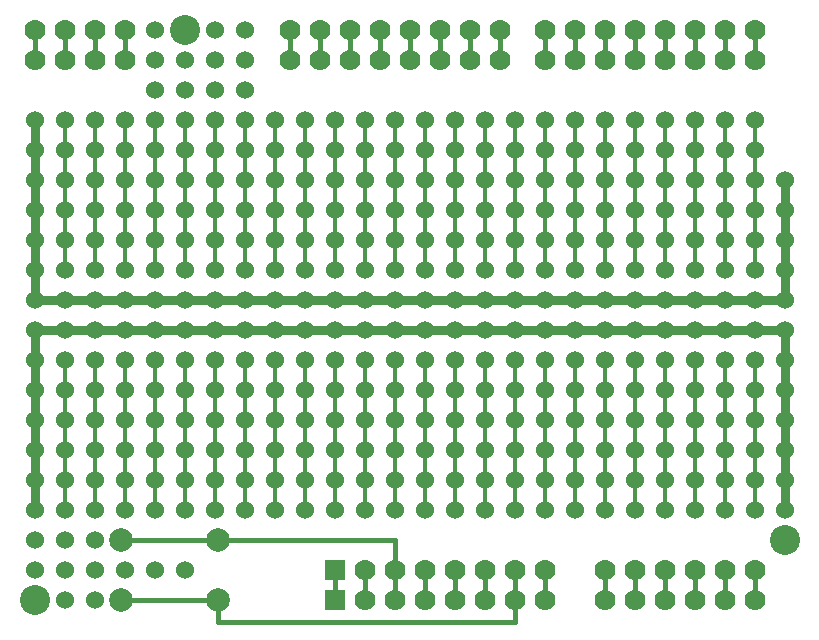
<source format=gbr>
G04 GERBER ASCII OUTPUT FROM: EDWINXP (VER. 1.61 REV. 20080915)*
G04 GERBER FORMAT: RX-274-X*
G04 BOARD: AMICUS - SOLDERBOARD*
G04 ARTWORK OF SOLD.LAYER POSITIVE*
%ASAXBY*%
%FSLAX23Y23*%
%MIA0B0*%
%MOIN*%
%OFA0.0000B0.0000*%
%SFA1B1*%
%IJA0B0*%
%INLAYER29POS*%
%IOA0B0*%
%IPPOS*%
%IR0*%
G04 APERTURE MACROS*
%AMEDWDONUT*
1,1,$1,$2,$3*
1,0,$4,$2,$3*
%
%AMEDWFRECT*
20,1,$1,$2,$3,$4,$5,$6*
%
%AMEDWORECT*
20,1,$1,$2,$3,$4,$5,$10*
20,1,$1,$4,$5,$6,$7,$10*
20,1,$1,$6,$7,$8,$9,$10*
20,1,$1,$8,$9,$2,$3,$10*
1,1,$1,$2,$3*
1,1,$1,$4,$5*
1,1,$1,$6,$7*
1,1,$1,$8,$9*
%
%AMEDWLINER*
20,1,$1,$2,$3,$4,$5,$6*
1,1,$1,$2,$3*
1,1,$1,$4,$5*
%
%AMEDWFTRNG*
4,1,3,$1,$2,$3,$4,$5,$6,$7,$8,$9*
%
%AMEDWATRNG*
4,1,3,$1,$2,$3,$4,$5,$6,$7,$8,$9*
20,1,$11,$1,$2,$3,$4,$10*
20,1,$11,$3,$4,$5,$6,$10*
20,1,$11,$5,$6,$7,$8,$10*
1,1,$11,$3,$4*
1,1,$11,$5,$6*
1,1,$11,$7,$8*
%
%AMEDWOTRNG*
20,1,$1,$2,$3,$4,$5,$8*
20,1,$1,$4,$5,$6,$7,$8*
20,1,$1,$6,$7,$2,$3,$8*
1,1,$1,$2,$3*
1,1,$1,$4,$5*
1,1,$1,$6,$7*
%
G04*
G04 APERTURE LIST*
%ADD10R,0.0700X0.0650*%
%ADD11R,0.0940X0.0890*%
%ADD12R,0.0600X0.0550*%
%ADD13R,0.0840X0.0790*%
%ADD14R,0.0650X0.0700*%
%ADD15R,0.0890X0.0940*%
%ADD16R,0.0550X0.0600*%
%ADD17R,0.0790X0.0840*%
%ADD18R,0.0860X0.0860*%
%ADD19R,0.1100X0.1100*%
%ADD20R,0.0700X0.0700*%
%ADD21R,0.0940X0.0940*%
%ADD22C,0.00039*%
%ADD24C,0.0010*%
%ADD26C,0.00118*%
%ADD28C,0.0020*%
%ADD29R,0.0020X0.0020*%
%ADD30C,0.0030*%
%ADD31R,0.0030X0.0030*%
%ADD32C,0.0040*%
%ADD33R,0.0040X0.0040*%
%ADD34C,0.00472*%
%ADD36C,0.0050*%
%ADD37R,0.0050X0.0050*%
%ADD38C,0.00512*%
%ADD39R,0.00512X0.00512*%
%ADD40C,0.00551*%
%ADD41R,0.00551X0.00551*%
%ADD42C,0.00591*%
%ADD43R,0.00591X0.00591*%
%ADD44C,0.00659*%
%ADD45R,0.00659X0.00659*%
%ADD46C,0.00787*%
%ADD47R,0.00787X0.00787*%
%ADD48C,0.00799*%
%ADD50C,0.0080*%
%ADD52C,0.00984*%
%ADD53R,0.00984X0.00984*%
%ADD54C,0.0100*%
%ADD56C,0.0120*%
%ADD58C,0.0130*%
%ADD59R,0.0130X0.0130*%
%ADD60C,0.0150*%
%ADD61R,0.0150X0.0150*%
%ADD62C,0.01575*%
%ADD64C,0.0160*%
%ADD66C,0.01969*%
%ADD67R,0.01969X0.01969*%
%ADD68C,0.0200*%
%ADD69R,0.0200X0.0200*%
%ADD70C,0.0240*%
%ADD71R,0.0240X0.0240*%
%ADD72C,0.0250*%
%ADD73R,0.0250X0.0250*%
%ADD74C,0.0290*%
%ADD76C,0.02951*%
%ADD77R,0.02951X0.02951*%
%ADD78C,0.02991*%
%ADD79R,0.02991X0.02991*%
%ADD80C,0.0300*%
%ADD81R,0.0300X0.0300*%
%ADD82C,0.03059*%
%ADD83R,0.03059X0.03059*%
%ADD84C,0.03199*%
%ADD85R,0.03199X0.03199*%
%ADD86C,0.0320*%
%ADD87R,0.0320X0.0320*%
%ADD88C,0.0350*%
%ADD89R,0.0350X0.0350*%
%ADD90C,0.0360*%
%ADD92C,0.0370*%
%ADD93R,0.0370X0.0370*%
%ADD94C,0.0390*%
%ADD95R,0.0390X0.0390*%
%ADD96C,0.03937*%
%ADD97R,0.03937X0.03937*%
%ADD98C,0.03975*%
%ADD99R,0.03975X0.03975*%
%ADD100C,0.0400*%
%ADD101R,0.0400X0.0400*%
%ADD102C,0.04173*%
%ADD103R,0.04173X0.04173*%
%ADD104C,0.0440*%
%ADD105R,0.0440X0.0440*%
%ADD106C,0.0450*%
%ADD107R,0.0450X0.0450*%
%ADD108C,0.0470*%
%ADD109R,0.0470X0.0470*%
%ADD110C,0.04724*%
%ADD111R,0.04724X0.04724*%
%ADD112C,0.0490*%
%ADD113R,0.0490X0.0490*%
%ADD114C,0.0500*%
%ADD115R,0.0500X0.0500*%
%ADD116C,0.05118*%
%ADD117R,0.05118X0.05118*%
%ADD118C,0.0540*%
%ADD119R,0.0540X0.0540*%
%ADD120C,0.0560*%
%ADD121R,0.0560X0.0560*%
%ADD122C,0.0570*%
%ADD123R,0.0570X0.0570*%
%ADD124C,0.0590*%
%ADD125R,0.0590X0.0590*%
%ADD126C,0.05906*%
%ADD127R,0.05906X0.05906*%
%ADD128C,0.0600*%
%ADD129R,0.0600X0.0600*%
%ADD130C,0.0620*%
%ADD132C,0.06201*%
%ADD134C,0.06337*%
%ADD135R,0.06337X0.06337*%
%ADD136C,0.0640*%
%ADD137R,0.0640X0.0640*%
%ADD138C,0.0650*%
%ADD139R,0.0650X0.0650*%
%ADD140C,0.06693*%
%ADD141R,0.06693X0.06693*%
%ADD142C,0.0690*%
%ADD143R,0.0690X0.0690*%
%ADD144C,0.06906*%
%ADD145R,0.06906X0.06906*%
%ADD146C,0.0700*%
%ADD147R,0.0700X0.0700*%
%ADD148C,0.0710*%
%ADD149R,0.0710X0.0710*%
%ADD150C,0.07124*%
%ADD151R,0.07124X0.07124*%
%ADD152C,0.0740*%
%ADD153R,0.0740X0.0740*%
%ADD154C,0.0750*%
%ADD155R,0.0750X0.0750*%
%ADD156C,0.07598*%
%ADD158C,0.0760*%
%ADD160C,0.07874*%
%ADD162C,0.0800*%
%ADD163R,0.0800X0.0800*%
%ADD164C,0.0810*%
%ADD165R,0.0810X0.0810*%
%ADD166C,0.08306*%
%ADD167R,0.08306X0.08306*%
%ADD168C,0.0840*%
%ADD169R,0.0840X0.0840*%
%ADD170C,0.08598*%
%ADD172C,0.0860*%
%ADD173R,0.0860X0.0860*%
%ADD174C,0.08601*%
%ADD176C,0.0870*%
%ADD177R,0.0870X0.0870*%
%ADD178C,0.0890*%
%ADD179R,0.0890X0.0890*%
%ADD180C,0.0900*%
%ADD181R,0.0900X0.0900*%
%ADD182C,0.09093*%
%ADD183R,0.09093X0.09093*%
%ADD184C,0.0940*%
%ADD185R,0.0940X0.0940*%
%ADD186C,0.0970*%
%ADD187R,0.0970X0.0970*%
%ADD188C,0.09843*%
%ADD189R,0.09843X0.09843*%
%ADD190C,0.0990*%
%ADD191R,0.0990X0.0990*%
%ADD192C,0.09998*%
%ADD194C,0.1000*%
%ADD195R,0.1000X0.1000*%
%ADD196C,0.10274*%
%ADD198C,0.1040*%
%ADD199R,0.1040X0.1040*%
%ADD200C,0.10998*%
%ADD202C,0.1100*%
%ADD203R,0.1100X0.1100*%
%ADD204C,0.1110*%
%ADD205R,0.1110X0.1110*%
%ADD206C,0.1120*%
%ADD207R,0.1120X0.1120*%
%ADD208C,0.1140*%
%ADD209R,0.1140X0.1140*%
%ADD210C,0.1150*%
%ADD211R,0.1150X0.1150*%
%ADD212C,0.1200*%
%ADD213R,0.1200X0.1200*%
%ADD214C,0.1210*%
%ADD215R,0.1210X0.1210*%
%ADD216C,0.1240*%
%ADD217R,0.1240X0.1240*%
%ADD218C,0.1250*%
%ADD219R,0.1250X0.1250*%
%ADD220C,0.12992*%
%ADD221R,0.12992X0.12992*%
%ADD222C,0.1300*%
%ADD223R,0.1300X0.1300*%
%ADD224C,0.1340*%
%ADD225R,0.1340X0.1340*%
%ADD226C,0.1390*%
%ADD227R,0.1390X0.1390*%
%ADD228C,0.1420*%
%ADD229R,0.1420X0.1420*%
%ADD230C,0.1440*%
%ADD231R,0.1440X0.1440*%
%ADD232C,0.1490*%
%ADD233R,0.1490X0.1490*%
%ADD234C,0.1520*%
%ADD235R,0.1520X0.1520*%
%ADD236C,0.15374*%
%ADD237R,0.15374X0.15374*%
%ADD238C,0.1540*%
%ADD239R,0.1540X0.1540*%
%ADD240C,0.1660*%
%ADD241R,0.1660X0.1660*%
%ADD242C,0.17323*%
%ADD244C,0.1760*%
%ADD245R,0.1760X0.1760*%
%ADD246C,0.17774*%
%ADD247R,0.17774X0.17774*%
%ADD248C,0.18504*%
%ADD250C,0.18898*%
%ADD252C,0.20904*%
%ADD254C,0.2126*%
%ADD256C,0.21298*%
%ADD258C,0.22835*%
%ADD261R,0.23622X0.23622*%
%ADD263R,0.24937X0.24937*%
%ADD265R,0.26022X0.26022*%
%ADD267R,0.27337X0.27337*%
%ADD269R,0.31496X0.31496*%
%ADD271R,0.32811X0.32811*%
%ADD273R,0.33896X0.33896*%
%ADD275R,0.35211X0.35211*%
%ADD276C,0.45211*%
%ADD277R,0.45211X0.45211*%
%ADD278C,0.55211*%
%ADD279R,0.55211X0.55211*%
%ADD280C,0.65211*%
%ADD281R,0.65211X0.65211*%
%ADD282C,0.75211*%
%ADD283R,0.75211X0.75211*%
%ADD284C,0.85211*%
%ADD285R,0.85211X0.85211*%
%ADD286C,0.95211*%
%ADD287R,0.95211X0.95211*%
%ADD288C,1.05211*%
%ADD289R,1.05211X1.05211*%
%ADD290C,1.15211*%
%ADD291R,1.15211X1.15211*%
%ADD292C,1.25211*%
%ADD293R,1.25211X1.25211*%
%ADD294C,1.35211*%
%ADD295R,1.35211X1.35211*%
%ADD296C,1.45211*%
%ADD297R,1.45211X1.45211*%
%ADD298C,1.55211*%
%ADD299R,1.55211X1.55211*%
%ADD300C,1.65211*%
%ADD301R,1.65211X1.65211*%
%ADD302C,1.75211*%
%ADD303R,1.75211X1.75211*%
%ADD304C,1.85211*%
%ADD305R,1.85211X1.85211*%
%ADD306C,1.95211*%
%ADD307R,1.95211X1.95211*%
G04*
D128*
X2000Y800D02*D03*
X2000Y700D02*D03*
X2000Y600D02*D03*
X2000Y500D02*D03*
X2000Y400D02*D03*
X1900Y400D02*D03*
X1900Y500D02*D03*
X1900Y600D02*D03*
X1900Y700D02*D03*
X1900Y800D02*D03*
X1900Y900D02*D03*
X1900Y1000D02*D03*
X1900Y1100D02*D03*
X1900Y1200D02*D03*
X1900Y1300D02*D03*
X1900Y1400D02*D03*
X200Y1200D02*D03*
X200Y1300D02*D03*
X200Y1400D02*D03*
X200Y1500D02*D03*
X200Y1600D02*D03*
X200Y1700D02*D03*
X2500Y1700D02*D03*
D146*
X1300Y200D02*D03*
X1400Y200D02*D03*
X1500Y200D02*D03*
X1600Y200D02*D03*
X1700Y200D02*D03*
X1800Y200D02*D03*
X1800Y1900D02*D03*
X1900Y1900D02*D03*
X2000Y1900D02*D03*
X2100Y1900D02*D03*
X2200Y1900D02*D03*
X2300Y1900D02*D03*
X2400Y1900D02*D03*
X2500Y1900D02*D03*
X950Y1900D02*D03*
X1050Y1900D02*D03*
X1150Y1900D02*D03*
X1250Y1900D02*D03*
X1350Y1900D02*D03*
X1450Y1900D02*D03*
X1550Y1900D02*D03*
X1650Y1900D02*D03*
X2000Y200D02*D03*
X2100Y200D02*D03*
X2200Y200D02*D03*
X2300Y200D02*D03*
X2400Y200D02*D03*
X2500Y200D02*D03*
X2000Y100D02*D03*
X2100Y100D02*D03*
X2200Y100D02*D03*
X2300Y100D02*D03*
X2400Y100D02*D03*
X2500Y100D02*D03*
X950Y2000D02*D03*
X1050Y2000D02*D03*
X1150Y2000D02*D03*
X1250Y2000D02*D03*
X1350Y2000D02*D03*
X1450Y2000D02*D03*
X1550Y2000D02*D03*
X1650Y2000D02*D03*
X1300Y100D02*D03*
X1400Y100D02*D03*
X1500Y100D02*D03*
X1600Y100D02*D03*
X1700Y100D02*D03*
X1800Y100D02*D03*
X1800Y2000D02*D03*
X1900Y2000D02*D03*
X2000Y2000D02*D03*
X2100Y2000D02*D03*
X2200Y2000D02*D03*
X2300Y2000D02*D03*
X2400Y2000D02*D03*
X2500Y2000D02*D03*
D128*
X2100Y1100D02*D03*
X2100Y1200D02*D03*
X2100Y1300D02*D03*
X2100Y1400D02*D03*
X2100Y1500D02*D03*
X2100Y1600D02*D03*
X2100Y1700D02*D03*
X2000Y1700D02*D03*
X2000Y1600D02*D03*
X2000Y1500D02*D03*
X2000Y1400D02*D03*
X2000Y1300D02*D03*
X2000Y1200D02*D03*
X2000Y1100D02*D03*
X2000Y1000D02*D03*
X2000Y900D02*D03*
X100Y800D02*D03*
X100Y700D02*D03*
X100Y600D02*D03*
X100Y500D02*D03*
X100Y400D02*D03*
X200Y400D02*D03*
X200Y500D02*D03*
X200Y600D02*D03*
X200Y700D02*D03*
X200Y800D02*D03*
X200Y900D02*D03*
X200Y1000D02*D03*
X200Y1100D02*D03*
D160*
X712Y100D02*D03*
X712Y300D02*D03*
X388Y300D02*D03*
X388Y100D02*D03*
D128*
X2200Y1000D02*D03*
X2200Y900D02*D03*
X2200Y800D02*D03*
X2200Y700D02*D03*
X2200Y600D02*D03*
X2200Y500D02*D03*
X2200Y400D02*D03*
X2100Y400D02*D03*
X2100Y500D02*D03*
X2100Y600D02*D03*
X2000Y600D02*D03*
X2100Y700D02*D03*
X2100Y800D02*D03*
X2100Y900D02*D03*
X2100Y1000D02*D03*
X300Y1300D02*D03*
X300Y1400D02*D03*
X300Y1500D02*D03*
X300Y1600D02*D03*
X300Y1700D02*D03*
X100Y1700D02*D03*
X100Y1600D02*D03*
X100Y1500D02*D03*
X100Y1400D02*D03*
X100Y1300D02*D03*
X100Y1200D02*D03*
X100Y1100D02*D03*
X100Y1000D02*D03*
X100Y900D02*D03*
D146*
X100Y2000D02*D03*
X200Y2000D02*D03*
X300Y2000D02*D03*
X400Y2000D02*D03*
D128*
X2400Y1400D02*D03*
X2400Y1300D02*D03*
X2400Y1200D02*D03*
X2300Y1200D02*D03*
X2300Y1300D02*D03*
X2300Y1400D02*D03*
X2300Y1500D02*D03*
X2300Y1600D02*D03*
X2300Y1700D02*D03*
X2200Y1700D02*D03*
X2200Y1600D02*D03*
X2200Y1500D02*D03*
X2200Y1400D02*D03*
X2200Y1300D02*D03*
X2200Y1200D02*D03*
X2200Y1100D02*D03*
X400Y1000D02*D03*
X400Y900D02*D03*
X400Y800D02*D03*
X400Y700D02*D03*
X400Y600D02*D03*
X400Y500D02*D03*
X400Y400D02*D03*
X300Y400D02*D03*
X300Y500D02*D03*
X300Y600D02*D03*
X300Y700D02*D03*
X300Y800D02*D03*
X300Y900D02*D03*
X300Y1000D02*D03*
X300Y1100D02*D03*
X300Y1200D02*D03*
X2400Y500D02*D03*
X2400Y400D02*D03*
X2300Y400D02*D03*
X2300Y500D02*D03*
X2300Y600D02*D03*
X2300Y700D02*D03*
X2300Y800D02*D03*
X2300Y900D02*D03*
X2500Y1200D02*D03*
X2500Y1300D02*D03*
X2500Y1400D02*D03*
X2500Y1500D02*D03*
X2500Y1600D02*D03*
X2400Y1700D02*D03*
X2400Y1600D02*D03*
X2400Y1500D02*D03*
X500Y900D02*D03*
X500Y1000D02*D03*
X500Y1100D02*D03*
X500Y1200D02*D03*
X500Y1300D02*D03*
X500Y1400D02*D03*
X500Y1500D02*D03*
X500Y1600D02*D03*
X500Y1700D02*D03*
X400Y1700D02*D03*
X400Y1600D02*D03*
X400Y1500D02*D03*
X400Y1400D02*D03*
X400Y1300D02*D03*
X400Y1200D02*D03*
X400Y1100D02*D03*
X2600Y900D02*D03*
X2600Y800D02*D03*
X2600Y700D02*D03*
X2600Y600D02*D03*
X2600Y500D02*D03*
X2600Y400D02*D03*
X2500Y400D02*D03*
X2500Y500D02*D03*
X2500Y600D02*D03*
X2500Y700D02*D03*
X2500Y800D02*D03*
X2500Y900D02*D03*
X2400Y900D02*D03*
X2400Y800D02*D03*
X2400Y700D02*D03*
X2400Y600D02*D03*
X600Y1400D02*D03*
X600Y1300D02*D03*
X600Y1200D02*D03*
X600Y1100D02*D03*
X600Y1000D02*D03*
X600Y900D02*D03*
X600Y800D02*D03*
X600Y700D02*D03*
X600Y600D02*D03*
X600Y500D02*D03*
X600Y400D02*D03*
X500Y400D02*D03*
X500Y500D02*D03*
X500Y600D02*D03*
X500Y700D02*D03*
X500Y800D02*D03*
X600Y1800D02*D03*
X500Y1800D02*D03*
X500Y1900D02*D03*
X500Y2000D02*D03*
X2600Y1500D02*D03*
X2600Y1400D02*D03*
X2600Y1300D02*D03*
X2600Y1200D02*D03*
X2600Y1100D02*D03*
X2500Y1100D02*D03*
X2400Y1100D02*D03*
X2300Y1100D02*D03*
X2300Y1000D02*D03*
X2400Y1000D02*D03*
X2500Y1000D02*D03*
X2600Y1000D02*D03*
X700Y500D02*D03*
X700Y600D02*D03*
X700Y700D02*D03*
X700Y800D02*D03*
X700Y900D02*D03*
X700Y1000D02*D03*
X700Y1100D02*D03*
X700Y1200D02*D03*
X700Y1300D02*D03*
X700Y1400D02*D03*
X700Y1500D02*D03*
X700Y1600D02*D03*
X700Y1700D02*D03*
X600Y1700D02*D03*
X600Y1600D02*D03*
X600Y1500D02*D03*
X300Y300D02*D03*
X300Y200D02*D03*
X300Y100D02*D03*
X200Y100D02*D03*
X200Y200D02*D03*
X200Y300D02*D03*
X100Y200D02*D03*
X100Y300D02*D03*
X600Y1900D02*D03*
X700Y1900D02*D03*
X700Y2000D02*D03*
X800Y2000D02*D03*
X800Y1900D02*D03*
X800Y1800D02*D03*
X700Y1800D02*D03*
X900Y1700D02*D03*
X800Y1700D02*D03*
X800Y1600D02*D03*
X800Y1500D02*D03*
X800Y1400D02*D03*
X800Y1300D02*D03*
X800Y1200D02*D03*
X800Y1100D02*D03*
X800Y1000D02*D03*
X800Y900D02*D03*
X800Y800D02*D03*
X800Y700D02*D03*
X800Y600D02*D03*
X800Y500D02*D03*
X800Y400D02*D03*
X700Y400D02*D03*
X400Y200D02*D03*
X600Y200D02*D03*
X500Y200D02*D03*
X1000Y600D02*D03*
X1000Y500D02*D03*
X1000Y400D02*D03*
X900Y400D02*D03*
X900Y500D02*D03*
X900Y600D02*D03*
X900Y700D02*D03*
X900Y800D02*D03*
X900Y900D02*D03*
X900Y1000D02*D03*
X900Y1100D02*D03*
X900Y1200D02*D03*
X900Y1300D02*D03*
X900Y1400D02*D03*
X900Y1500D02*D03*
X900Y1600D02*D03*
D194*
X600Y2000D02*D03*
X100Y100D02*D03*
D20* 
X1100Y100D02*D03*
D146*
X1200Y100D02*D03*
D20* 
X1100Y200D02*D03*
D146*
X1200Y200D02*D03*
D128*
X1100Y1300D02*D03*
X1100Y1400D02*D03*
X1100Y1500D02*D03*
X1100Y1600D02*D03*
X1100Y1700D02*D03*
X1000Y1700D02*D03*
X1000Y1600D02*D03*
X1000Y1500D02*D03*
X1000Y1400D02*D03*
X1000Y1300D02*D03*
X1000Y1200D02*D03*
X1000Y1100D02*D03*
X1000Y1000D02*D03*
X1000Y900D02*D03*
X1000Y800D02*D03*
X1000Y700D02*D03*
X1200Y1000D02*D03*
X1200Y900D02*D03*
X1200Y800D02*D03*
X1200Y700D02*D03*
X1200Y600D02*D03*
X1200Y500D02*D03*
X1200Y400D02*D03*
X1100Y400D02*D03*
X1100Y500D02*D03*
X1100Y600D02*D03*
X1100Y700D02*D03*
X1100Y800D02*D03*
X1100Y900D02*D03*
X1100Y1000D02*D03*
X1100Y1100D02*D03*
X1100Y1200D02*D03*
X1300Y1100D02*D03*
X1300Y1200D02*D03*
X1300Y1300D02*D03*
X1300Y1400D02*D03*
X1300Y1500D02*D03*
X1300Y1600D02*D03*
X1300Y1700D02*D03*
X1200Y1700D02*D03*
X1200Y1600D02*D03*
X1200Y1500D02*D03*
X1200Y1400D02*D03*
X1200Y1300D02*D03*
X1200Y1200D02*D03*
X1200Y1100D02*D03*
D194*
X2600Y300D02*D03*
D146*
X100Y1900D02*D03*
X200Y1900D02*D03*
X300Y1900D02*D03*
X400Y1900D02*D03*
D128*
X1400Y1200D02*D03*
X1400Y1100D02*D03*
X1400Y1000D02*D03*
X1400Y900D02*D03*
X1400Y800D02*D03*
X1400Y700D02*D03*
X1400Y600D02*D03*
X1400Y500D02*D03*
X1400Y400D02*D03*
X1300Y400D02*D03*
X1300Y500D02*D03*
X1300Y600D02*D03*
X1300Y700D02*D03*
X1300Y800D02*D03*
X1300Y900D02*D03*
X1300Y1000D02*D03*
X1600Y1600D02*D03*
X1600Y1500D02*D03*
X1600Y1400D02*D03*
X1600Y1300D02*D03*
X1600Y1200D02*D03*
X1500Y1200D02*D03*
X1500Y1300D02*D03*
X1500Y1400D02*D03*
X1500Y1500D02*D03*
X1500Y1600D02*D03*
X1500Y1700D02*D03*
X1400Y1700D02*D03*
X1400Y1600D02*D03*
X1400Y1500D02*D03*
X1400Y1400D02*D03*
X1400Y1300D02*D03*
X1600Y400D02*D03*
X1500Y400D02*D03*
X1500Y500D02*D03*
X1500Y600D02*D03*
X1500Y700D02*D03*
X1500Y800D02*D03*
X1500Y900D02*D03*
X1500Y1000D02*D03*
X1500Y1100D02*D03*
X1700Y1200D02*D03*
X1700Y1300D02*D03*
X1700Y1400D02*D03*
X1700Y1500D02*D03*
X1700Y1600D02*D03*
X1700Y1700D02*D03*
X1600Y1700D02*D03*
X1800Y400D02*D03*
X1700Y400D02*D03*
X1700Y500D02*D03*
X1700Y600D02*D03*
X1700Y700D02*D03*
X1700Y800D02*D03*
X1700Y900D02*D03*
X1700Y1000D02*D03*
X1700Y1100D02*D03*
X1600Y1100D02*D03*
X1600Y1000D02*D03*
X1600Y900D02*D03*
X1600Y800D02*D03*
X1600Y700D02*D03*
X1600Y600D02*D03*
X1600Y500D02*D03*
X1900Y1500D02*D03*
X1900Y1600D02*D03*
X1900Y1700D02*D03*
X1800Y1700D02*D03*
X1800Y1600D02*D03*
X1800Y1500D02*D03*
X1800Y1400D02*D03*
X1800Y1300D02*D03*
X1800Y1200D02*D03*
X1800Y1100D02*D03*
X1800Y1000D02*D03*
X1800Y900D02*D03*
X1800Y800D02*D03*
X1800Y700D02*D03*
X1800Y600D02*D03*
X1800Y500D02*D03*
D80* 
X100Y1100D02*
X2600Y1100D01*
X100Y1000D02*
X2600Y1000D01*
D58* 
X1000Y1200D02*
X1000Y1700D01*
X2300Y1200D02*
X2300Y1700D01*
X2200Y1200D02*
X2200Y1700D01*
X2100Y1200D02*
X2100Y1700D01*
X2000Y1200D02*
X2000Y1700D01*
X1900Y1200D02*
X1900Y1700D01*
X1800Y1200D02*
X1800Y1700D01*
X1700Y1200D02*
X1700Y1700D01*
X1600Y1200D02*
X1600Y1700D01*
X1500Y1200D02*
X1500Y1700D01*
X1400Y1200D02*
X1400Y1700D01*
X1300Y1200D02*
X1300Y1700D01*
X1200Y1200D02*
X1200Y1700D01*
X1100Y1200D02*
X1100Y1700D01*
X1100Y900D02*
X1100Y400D01*
X1200Y900D02*
X1200Y400D01*
X1300Y900D02*
X1300Y400D01*
X1400Y900D02*
X1400Y400D01*
X1500Y900D02*
X1500Y400D01*
X1600Y900D02*
X1600Y400D01*
X1700Y900D02*
X1700Y400D01*
X1800Y900D02*
X1800Y400D01*
X1900Y900D02*
X1900Y400D01*
X2000Y900D02*
X2000Y400D01*
X2100Y900D02*
X2100Y400D01*
X2200Y900D02*
X2200Y400D01*
X2400Y900D02*
X2400Y400D01*
X1000Y900D02*
X1000Y400D01*
X500Y1200D02*
X500Y1700D01*
X600Y1200D02*
X600Y1700D01*
X800Y1200D02*
X800Y1700D01*
X700Y1200D02*
X700Y1700D01*
X400Y1200D02*
X400Y1700D01*
D80* 
X100Y1100D02*
X100Y1700D01*
D58* 
X300Y1200D02*
X300Y1700D01*
X200Y1700D02*
X200Y1200D01*
D80* 
X100Y1000D02*
X100Y400D01*
D58* 
X500Y900D02*
X500Y400D01*
X800Y900D02*
X800Y400D01*
X700Y900D02*
X700Y400D01*
X600Y900D02*
X600Y400D01*
X900Y1200D02*
X900Y1700D01*
X900Y900D02*
X900Y400D01*
X400Y900D02*
X400Y400D01*
X300Y900D02*
X300Y400D01*
X200Y900D02*
X200Y400D01*
X2400Y1700D02*
X2400Y1200D01*
X2500Y1700D02*
X2500Y1200D01*
X2400Y900D02*
X2400Y400D01*
X2500Y900D02*
X2500Y400D01*
X2300Y900D02*
X2300Y400D01*
D80* 
X2600Y1000D02*
X2600Y400D01*
X2600Y1500D02*
X2600Y1100D01*
D62* 
X200Y2000D02*
X200Y1900D01*
X300Y2000D02*
X300Y1900D01*
X400Y2000D02*
X400Y1900D01*
X100Y2000D02*
X100Y1900D01*
D64* 
X1100Y200D02*
X1100Y100D01*
X1200Y200D02*
X1200Y100D01*
X1300Y200D02*
X1300Y100D01*
X1400Y200D02*
X1400Y100D01*
X1500Y200D02*
X1500Y100D01*
X1600Y200D02*
X1600Y100D01*
X1700Y200D02*
X1700Y100D01*
X1800Y200D02*
X1800Y100D01*
X2000Y200D02*
X2000Y100D01*
X2100Y200D02*
X2100Y100D01*
X2200Y200D02*
X2200Y100D01*
X2300Y200D02*
X2300Y100D01*
X2400Y200D02*
X2400Y100D01*
X2500Y200D02*
X2500Y100D01*
X2500Y2000D02*
X2500Y1900D01*
X2400Y2000D02*
X2400Y1900D01*
X2300Y2000D02*
X2300Y1900D01*
X2200Y2000D02*
X2200Y1900D01*
X2100Y2000D02*
X2100Y1900D01*
X2000Y2000D02*
X2000Y1900D01*
X1900Y2000D02*
X1900Y1900D01*
X1800Y2000D02*
X1800Y1900D01*
X1650Y2000D02*
X1650Y1900D01*
X1550Y2000D02*
X1550Y1900D01*
X1450Y2000D02*
X1450Y1900D01*
X1350Y2000D02*
X1350Y1900D01*
X1250Y2000D02*
X1250Y1900D01*
X1150Y2000D02*
X1150Y1900D01*
X1050Y2000D02*
X1050Y1900D01*
X950Y2000D02*
X950Y1900D01*
X388Y300D02*
X713Y300D01*
X388Y100D02*
X713Y100D01*
X713Y300D02*
X1300Y300D01*
X1300Y200D01*
X1700Y100D02*
X1700Y25D01*
X713Y25D01*
X713Y100D01*
M02*

</source>
